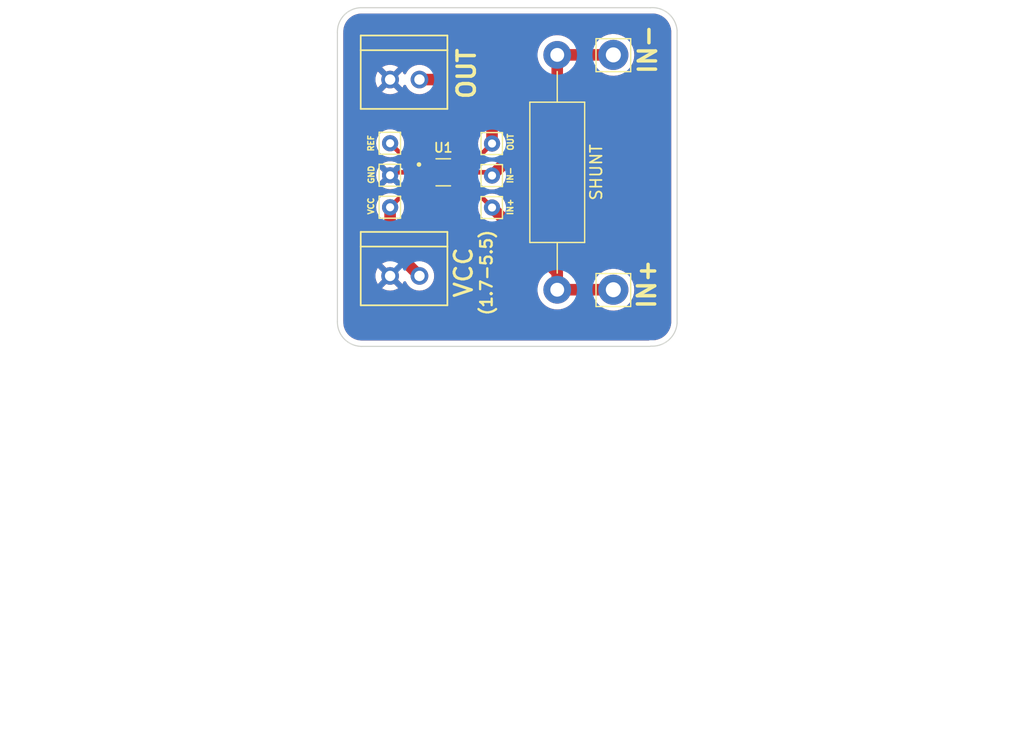
<source format=kicad_pcb>
(kicad_pcb (version 20211014) (generator pcbnew)
  (layers (0 "F.Cu" signal) (31 "B.Cu" signal) (34 "B.Paste" user) (35 "F.Paste" user) (36 "B.SilkS" user "B.Silkscreen") (37 "F.SilkS" user "F.Silkscreen") (38 "B.Mask" user) (39 "F.Mask" user) (44 "Edge.Cuts" user))
  (net 0 "")
  (net 1 "REF")
  (net 2 "GND")
  (net 3 "VCC")
  (net 4 "OUT")
  (net 5 "Net-(U1-Pad5)")
  (net 6 "Net-(U1-Pad4)")
  (net 7 "Net-(R1-Pad1)")
  (net 8 "Net-(R1-Pad2)")
  (footprint "Connector_Pin:Pin_D1.3mm_L11.3mm_W2.8mm_Flat" (layer "F.Cu") (at 74.1934 44.7548)
    (fp_text reference "" (at 0 2.25) (layer "F.SilkS"))
    (fp_text value "")
    (fp_line (start -1.5 -1.4) (end 1.5 -1.4) (layer "F.SilkS") (width 0.12))
    (fp_line (start -1.5 1.45) (end 1.5 1.45) (layer "F.SilkS") (width 0.12))
    (fp_line (start -1.5 -1.4) (end -1.5 1.45) (layer "F.SilkS") (width 0.12))
    (fp_line (start 1.5 -1.4) (end 1.5 1.45) (layer "F.SilkS") (width 0.12))
    (pad "1" thru_hole circle (at 0 0) (size 2.6 2.6) (drill 1.3) (layers *.Cu *.Mask) (net 6 "Net-(U1-Pad4)"))
  )
  (footprint "Resistor_THT:R_Axial_DIN0414_L11.9mm_D4.5mm_P20.32mm_Horizontal" (layer "F.Cu") (at 69.342 24.4348 -90)
    (fp_text reference "SHUNT" (at 10.16 -3.37 90) (layer "F.SilkS"))
    (fp_text value "R1")
    (fp_line (start 4.09 -2.37) (end 4.09 2.37) (layer "F.SilkS") (width 0.12))
    (fp_line (start 16.23 2.37) (end 16.23 -2.37) (layer "F.SilkS") (width 0.12))
    (fp_line (start 18.88 0) (end 16.23 0) (layer "F.SilkS") (width 0.12))
    (fp_line (start 16.23 -2.37) (end 4.09 -2.37) (layer "F.SilkS") (width 0.12))
    (fp_line (start 1.44 0) (end 4.09 0) (layer "F.SilkS") (width 0.12))
    (fp_line (start 4.09 2.37) (end 16.23 2.37) (layer "F.SilkS") (width 0.12))
    (pad "1" thru_hole circle (at 0 0 270) (size 2.4 2.4) (drill 1.2) (layers *.Cu *.Mask) (net 5 "Net-(U1-Pad5)"))
    (pad "2" thru_hole oval (at 20.32 0 270) (size 2.4 2.4) (drill 1.2) (layers *.Cu *.Mask) (net 6 "Net-(U1-Pad4)"))
  )
  (footprint "Connector_Pin:Pin_D1.3mm_L11.3mm_W2.8mm_Flat" (layer "F.Cu") (at 74.1934 24.4348)
    (fp_text reference "" (at 0 2.25) (layer "F.SilkS"))
    (fp_text value "")
    (fp_line (start -1.5 1.45) (end 1.5 1.45) (layer "F.SilkS") (width 0.12))
    (fp_line (start -1.5 -1.4) (end -1.5 1.45) (layer "F.SilkS") (width 0.12))
    (fp_line (start -1.5 -1.4) (end 1.5 -1.4) (layer "F.SilkS") (width 0.12))
    (fp_line (start 1.5 -1.4) (end 1.5 1.45) (layer "F.SilkS") (width 0.12))
    (pad "1" thru_hole circle (at 0 0) (size 2.6 2.6) (drill 1.3) (layers *.Cu *.Mask) (net 5 "Net-(U1-Pad5)"))
  )
  (footprint "Connector_Pin:Pin_D0.7mm_L6.5mm_W1.8mm_FlatFork" (layer "F.Cu") (at 63.7032 34.8742)
    (fp_text reference "" (at -3.5052 -0.9652 90) (layer "F.SilkS"))
    (fp_text value "")
    (fp_line (start 0.9 -0.9) (end 0.9 -0.95) (layer "F.SilkS") (width 0.12))
    (fp_line (start 0.9 0.95) (end 0.9 -0.9) (layer "F.SilkS") (width 0.12))
    (fp_line (start -0.95 -0.95) (end -0.95 0.95) (layer "F.SilkS") (width 0.12))
    (fp_line (start -0.95 0.95) (end 0.9 0.95) (layer "F.SilkS") (width 0.12))
    (fp_line (start 0.9 -0.95) (end -0.95 -0.95) (layer "F.SilkS") (width 0.12))
    (pad "1" thru_hole circle (at 0 0) (size 1.4 1.4) (drill 0.7) (layers *.Cu *.Mask) (net 5 "Net-(U1-Pad5)"))
  )
  (footprint "Connector_Pin:Pin_D0.7mm_L6.5mm_W1.8mm_FlatFork" (layer "F.Cu") (at 54.8894 32.0802)
    (fp_text reference "" (at -3.5052 -2.4892 270) (layer "F.SilkS"))
    (fp_text value "")
    (fp_line (start 0.9 -0.9) (end 0.9 -0.95) (layer "F.SilkS") (width 0.12))
    (fp_line (start 0.9 0.95) (end 0.9 -0.9) (layer "F.SilkS") (width 0.12))
    (fp_line (start -0.95 -0.95) (end -0.95 0.95) (layer "F.SilkS") (width 0.12))
    (fp_line (start -0.95 0.95) (end 0.9 0.95) (layer "F.SilkS") (width 0.12))
    (fp_line (start 0.9 -0.95) (end -0.95 -0.95) (layer "F.SilkS") (width 0.12))
    (pad "1" thru_hole circle (at 0 0) (size 1.4 1.4) (drill 0.7) (layers *.Cu *.Mask) (net 1 "REF"))
  )
  (footprint "Connector_Pin:Pin_D0.7mm_L6.5mm_W1.8mm_FlatFork" (layer "F.Cu") (at 54.8894 34.8488)
    (fp_text reference "" (at -3.5052 -0.9652 90) (layer "F.SilkS"))
    (fp_text value "")
    (fp_line (start 0.9 -0.9) (end 0.9 -0.95) (layer "F.SilkS") (width 0.12))
    (fp_line (start 0.9 0.95) (end 0.9 -0.9) (layer "F.SilkS") (width 0.12))
    (fp_line (start -0.95 -0.95) (end -0.95 0.95) (layer "F.SilkS") (width 0.12))
    (fp_line (start -0.95 0.95) (end 0.9 0.95) (layer "F.SilkS") (width 0.12))
    (fp_line (start 0.9 -0.95) (end -0.95 -0.95) (layer "F.SilkS") (width 0.12))
    (pad "1" thru_hole circle (at 0 0) (size 1.4 1.4) (drill 0.7) (layers *.Cu *.Mask) (net 2 "GND"))
  )
  (footprint "Connector_Pin:Pin_D0.7mm_L6.5mm_W1.8mm_FlatFork" (layer "F.Cu") (at 54.8894 37.6174)
    (fp_text reference "" (at -3.4798 0.508 90) (layer "F.SilkS"))
    (fp_text value "")
    (fp_line (start 0.9 -0.9) (end 0.9 -0.95) (layer "F.SilkS") (width 0.12))
    (fp_line (start 0.9 0.95) (end 0.9 -0.9) (layer "F.SilkS") (width 0.12))
    (fp_line (start -0.95 -0.95) (end -0.95 0.95) (layer "F.SilkS") (width 0.12))
    (fp_line (start -0.95 0.95) (end 0.9 0.95) (layer "F.SilkS") (width 0.12))
    (fp_line (start 0.9 -0.95) (end -0.95 -0.95) (layer "F.SilkS") (width 0.12))
    (pad "1" thru_hole circle (at 0 0) (size 1.4 1.4) (drill 0.7) (layers *.Cu *.Mask) (net 3 "VCC"))
  )
  (footprint "MRDT_Connectors:MOLEX_SL_02_Vertical" (layer "F.Cu") (at 54.8894 26.5684)
    (fp_text reference "REF**" hide)
    (fp_text value "MOLEX_SL_2_Vertical")
    (fp_line (start 4.953 -2.54) (end 4.953 2.54) (layer "F.SilkS") (width 0.15))
    (fp_line (start 4.953 -3.81) (end 4.953 -2.54) (layer "F.SilkS") (width 0.15))
    (fp_line (start -2.54 -3.81) (end 4.953 -3.81) (layer "F.SilkS") (width 0.15))
    (fp_line (start 4.953 2.54) (end -2.54 2.54) (layer "F.SilkS") (width 0.15))
    (fp_line (start -2.54 -2.54) (end -2.54 -3.81) (layer "F.SilkS") (width 0.15))
    (fp_line (start -2.54 -2.54) (end -2.54 2.54) (layer "F.SilkS") (width 0.15))
    (fp_line (start -2.54 -2.54) (end 4.953 -2.54) (layer "F.SilkS") (width 0.15))
    (pad "1" thru_hole circle locked (at 0 0) (size 1.524 1.524) (drill 0.9) (layers *.Cu *.Mask) (net 2 "GND"))
    (pad "2" thru_hole circle locked (at 2.54 0) (size 1.524 1.524) (drill 0.9) (layers *.Cu *.Mask) (net 4 "OUT"))
  )
  (footprint "MRDT_Connectors:MOLEX_SL_02_Vertical" (layer "F.Cu") (at 54.8894 43.561)
    (fp_text reference "REF**" hide)
    (fp_text value "MOLEX_SL_2_Vertical")
    (fp_line (start 4.953 2.54) (end -2.54 2.54) (layer "F.SilkS") (width 0.15))
    (fp_line (start -2.54 -3.81) (end 4.953 -3.81) (layer "F.SilkS") (width 0.15))
    (fp_line (start 4.953 -3.81) (end 4.953 -2.54) (layer "F.SilkS") (width 0.15))
    (fp_line (start -2.54 -2.54) (end 4.953 -2.54) (layer "F.SilkS") (width 0.15))
    (fp_line (start -2.54 -2.54) (end -2.54 2.54) (layer "F.SilkS") (width 0.15))
    (fp_line (start -2.54 -2.54) (end -2.54 -3.81) (layer "F.SilkS") (width 0.15))
    (fp_line (start 4.953 -2.54) (end 4.953 2.54) (layer "F.SilkS") (width 0.15))
    (pad "1" thru_hole circle locked (at 0 0) (size 1.524 1.524) (drill 0.9) (layers *.Cu *.Mask) (net 2 "GND"))
    (pad "2" thru_hole circle locked (at 2.54 0) (size 1.524 1.524) (drill 0.9) (layers *.Cu *.Mask) (net 3 "VCC"))
  )
  (footprint "Connector_Pin:Pin_D0.7mm_L6.5mm_W1.8mm_FlatFork" (layer "F.Cu") (at 63.7032 32.1056)
    (fp_text reference "" (at -3.5052 -2.4892 270) (layer "F.SilkS"))
    (fp_text value "")
    (fp_line (start 0.9 -0.9) (end 0.9 -0.95) (layer "F.SilkS") (width 0.12))
    (fp_line (start 0.9 0.95) (end 0.9 -0.9) (layer "F.SilkS") (width 0.12))
    (fp_line (start -0.95 -0.95) (end -0.95 0.95) (layer "F.SilkS") (width 0.12))
    (fp_line (start -0.95 0.95) (end 0.9 0.95) (layer "F.SilkS") (width 0.12))
    (fp_line (start 0.9 -0.95) (end -0.95 -0.95) (layer "F.SilkS") (width 0.12))
    (pad "1" thru_hole circle (at 0 0) (size 1.4 1.4) (drill 0.7) (layers *.Cu *.Mask) (net 4 "OUT"))
  )
  (footprint "Connector_Pin:Pin_D0.7mm_L6.5mm_W1.8mm_FlatFork" (layer "F.Cu") (at 63.7032 37.6428)
    (fp_text reference "" (at -3.4798 0.508 90) (layer "F.SilkS"))
    (fp_text value "")
    (fp_line (start 0.9 -0.9) (end 0.9 -0.95) (layer "F.SilkS") (width 0.12))
    (fp_line (start 0.9 0.95) (end 0.9 -0.9) (layer "F.SilkS") (width 0.12))
    (fp_line (start -0.95 -0.95) (end -0.95 0.95) (layer "F.SilkS") (width 0.12))
    (fp_line (start -0.95 0.95) (end 0.9 0.95) (layer "F.SilkS") (width 0.12))
    (fp_line (start 0.9 -0.95) (end -0.95 -0.95) (layer "F.SilkS") (width 0.12))
    (pad "1" thru_hole circle (at 0 0) (size 1.4 1.4) (drill 0.7) (layers *.Cu *.Mask) (net 6 "Net-(U1-Pad4)"))
  )
  (footprint "MRDT_Research:INA186" (layer "F.Cu") (at 59.4868 34.5948)
    (fp_text reference "U1" (at 0 -2.13) (layer "F.SilkS") (effects (font (size 0.8 0.8))))
    (fp_text value "INA186")
    (fp_line (start -0.625 -1.17) (end 0.625 -1.17) (layer "F.SilkS") (width 0.127))
    (fp_line (start -0.625 1.17) (end 0.625 1.17) (layer "F.SilkS") (width 0.127))
    (fp_circle (center -2.1 -0.675) (end -2 -0.675) (layer "F.SilkS") (width 0.2) (fill none))
    (pad "1" smd roundrect (at -1.1 -0.65) (size 0.9 0.4) (layers "F.Cu" "F.Paste" "F.Mask") (roundrect_rratio 0.05) (net 1 "REF"))
    (pad "2" smd roundrect (at -1.1 0) (size 0.9 0.4) (layers "F.Cu" "F.Paste" "F.Mask") (roundrect_rratio 0.05) (net 2 "GND"))
    (pad "3" smd roundrect (at -1.1 0.65) (size 0.9 0.4) (layers "F.Cu" "F.Paste" "F.Mask") (roundrect_rratio 0.05) (net 3 "VCC"))
    (pad "4" smd roundrect (at 1.1 0.65) (size 0.9 0.4) (layers "F.Cu" "F.Paste" "F.Mask") (roundrect_rratio 0.05) (net 8 "Net-(R1-Pad2)"))
    (pad "5" smd roundrect (at 1.1 0) (size 0.9 0.4) (layers "F.Cu" "F.Paste" "F.Mask") (roundrect_rratio 0.05) (net 7 "Net-(R1-Pad1)"))
    (pad "6" smd roundrect (at 1.1 -0.65) (size 0.9 0.4) (layers "F.Cu" "F.Paste" "F.Mask") (roundrect_rratio 0.05) (net 4 "OUT"))
  )
  (gr_line (start 50.333743 22.503174) (end 50.333743 47.502937) (layer "Edge.Cuts") (width 0.1))
  (gr_line (start 52.391142 20.3518) (end 77.391142 20.3518) (layer "Edge.Cuts") (width 0.1))
  (gr_line (start 79.703866 22.306164) (end 79.703866 47.653482) (layer "Edge.Cuts") (width 0.1))
  (gr_arc (start 79.703866 47.653482) (mid 78.968794 49.116149) (end 77.415208 49.631993) (layer "Edge.Cuts") (width 0.1))
  (gr_line (start 77.391142 49.654311) (end 52.391142 49.654311) (layer "Edge.Cuts") (width 0.1))
  (gr_arc (start 52.391142 49.654311) (mid 50.917428 49.0042) (end 50.333743 47.502937) (layer "Edge.Cuts") (width 0.1))
  (gr_arc (start 77.391142 20.3518) (mid 78.951267 20.851183) (end 79.703866 22.306164) (layer "Edge.Cuts") (width 0.1))
  (gr_arc (start 50.333743 22.503174) (mid 50.897578 21.010866) (end 52.350342 20.3518) (layer "Edge.Cuts") (width 0.1))
  (gr_text "IN+\n" (at 65.278 37.592 90) (layer "F.SilkS") (effects (font (size 0.5 0.5) (thickness 0.125))))
  (gr_text "VCC" (at 61.2394 43.2562 90) (layer "F.SilkS") (effects (font (size 1.5 1.5) (thickness 0.25))))
  (gr_text "IN+" (at 77.089 44.2722 90) (layer "F.SilkS") (effects (font (size 1.5 1.5) (thickness 0.3))))
  (gr_text "OUT" (at 65.3034 31.9786 90) (layer "F.SilkS") (effects (font (size 0.5 0.5) (thickness 0.125))))
  (gr_text "IN-" (at 77.1652 23.9522 90) (layer "F.SilkS") (effects (font (size 1.5 1.5) (thickness 0.3))))
  (gr_text "IN-\n" (at 65.278 34.8488 90) (layer "F.SilkS") (effects (font (size 0.5 0.5) (thickness 0.125))))
  (gr_text "REF" (at 53.2384 32.0802 90) (layer "F.SilkS") (effects (font (size 0.5 0.5) (thickness 0.125))))
  (gr_text "OUT" (at 61.4934 26.0604 90) (layer "F.SilkS") (effects (font (size 1.5 1.5) (thickness 0.3))))
  (gr_text "(1.7-5.5)" (at 63.2206 43.2816 90) (layer "F.SilkS") (effects (font (size 1 1) (thickness 0.2))))
  (gr_text "VCC\n" (at 53.2384 37.5158 90) (layer "F.SilkS") (effects (font (size 0.5 0.5) (thickness 0.125))))
  (gr_text "GND\n" (at 53.2638 34.798 90) (layer "F.SilkS") (effects (font (size 0.5 0.5) (thickness 0.125))))
  (segment (start 56.754 33.9448) (end 54.8894 32.0802) (width 0.4) (layer "F.Cu") (net 1))
  (segment (start 58.3868 33.9448) (end 56.754 33.9448) (width 0.4) (layer "F.Cu") (net 1))
  (segment (start 55.1434 34.5948) (end 58.3868 34.5948) (width 0.4) (layer "F.Cu") (net 2))
  (segment (start 54.8894 34.8488) (end 55.1434 34.5948) (width 0.4) (layer "F.Cu") (net 2))
  (segment (start 57.262 35.2448) (end 58.3868 35.2448) (width 0.4) (layer "F.Cu") (net 3))
  (segment (start 54.8894 40.9702) (end 54.8894 37.6174) (width 1) (layer "F.Cu") (net 3))
  (segment (start 54.9656 41.0464) (end 54.8894 40.9702) (width 1) (layer "F.Cu") (net 3))
  (segment (start 54.9656 41.0972) (end 54.9656 41.0464) (width 1) (layer "F.Cu") (net 3))
  (segment (start 57.4294 43.561) (end 54.9656 41.0972) (width 1) (layer "F.Cu") (net 3))
  (segment (start 54.8894 37.6174) (end 57.262 35.2448) (width 0.4) (layer "F.Cu") (net 3))
  (segment (start 60.5868 33.9448) (end 61.864 33.9448) (width 0.4) (layer "F.Cu") (net 4))
  (segment (start 57.4294 26.5684) (end 62.1538 26.5684) (width 1) (layer "F.Cu") (net 4))
  (segment (start 63.7032 28.1178) (end 63.7032 32.1056) (width 1) (layer "F.Cu") (net 4))
  (segment (start 61.864 33.9448) (end 63.7032 32.1056) (width 0.4) (layer "F.Cu") (net 4))
  (segment (start 62.1538 26.5684) (end 63.7032 28.1178) (width 1) (layer "F.Cu") (net 4))
  (segment (start 63.4238 34.5948) (end 63.7032 34.8742) (width 0.4) (layer "F.Cu") (net 5))
  (segment (start 69.342 24.4348) (end 69.342 29.2354) (width 1) (layer "F.Cu") (net 5))
  (segment (start 69.342 29.2354) (end 63.7032 34.8742) (width 1) (layer "F.Cu") (net 5))
  (segment (start 60.5868 34.5948) (end 63.4238 34.5948) (width 0.4) (layer "F.Cu") (net 5))
  (segment (start 69.342 24.4348) (end 74.1934 24.4348) (width 1) (layer "F.Cu") (net 5))
  (segment (start 69.342 44.7548) (end 69.342 43.2816) (width 1) (layer "F.Cu") (net 6))
  (segment (start 69.342 44.7548) (end 74.1934 44.7548) (width 1) (layer "F.Cu") (net 6))
  (segment (start 61.3052 35.2448) (end 63.7032 37.6428) (width 0.4) (layer "F.Cu") (net 6))
  (segment (start 69.342 43.2816) (end 63.7032 37.6428) (width 1) (layer "F.Cu") (net 6))
  (segment (start 60.5868 35.2448) (end 61.3052 35.2448) (width 0.4) (layer "F.Cu") (net 6))
  (zone (net 2) (net_name "GND") (layers F&B.Cu) (connect_pads (clearance 0.508)) (min_thickness 0.254) (fill yes (thermal_gap 0.508) (thermal_bridge_width 0.508))
    (polygon (pts (xy 80.4164 19.685) (xy 80.772 50.0634) (xy 49.6316 50.3936) (xy 49.8094 19.685)))
  )
)
</source>
